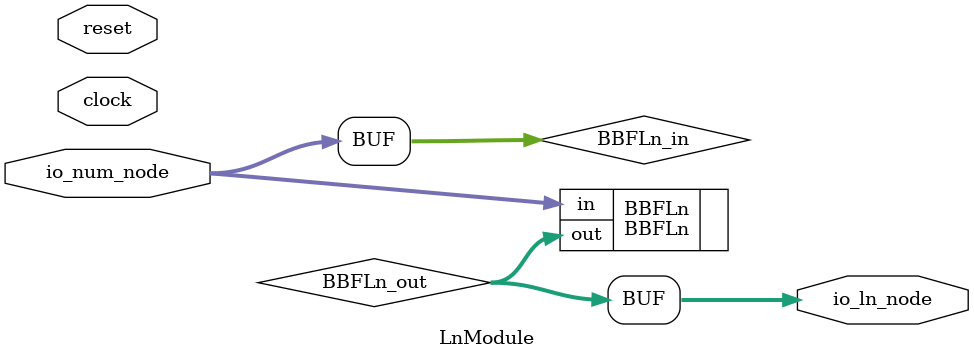
<source format=v>
module LnModule( // @[:@10.2]
  input         clock, // @[:@11.4]
  input         reset, // @[:@12.4]
  input  [63:0] io_num_node, // @[:@13.4]
  output [63:0] io_ln_node // @[:@13.4]
);
  wire [63:0] BBFLn_out; // @[DspReal.scala 83:30:@18.4]
  wire [63:0] BBFLn_in; // @[DspReal.scala 83:30:@18.4]
  BBFLn BBFLn ( // @[DspReal.scala 83:30:@18.4]
    .out(BBFLn_out),
    .in(BBFLn_in)
  );
  assign io_ln_node = BBFLn_out; // @[DspReal.scala 19:19:@22.4]
  assign BBFLn_in = io_num_node;
endmodule

</source>
